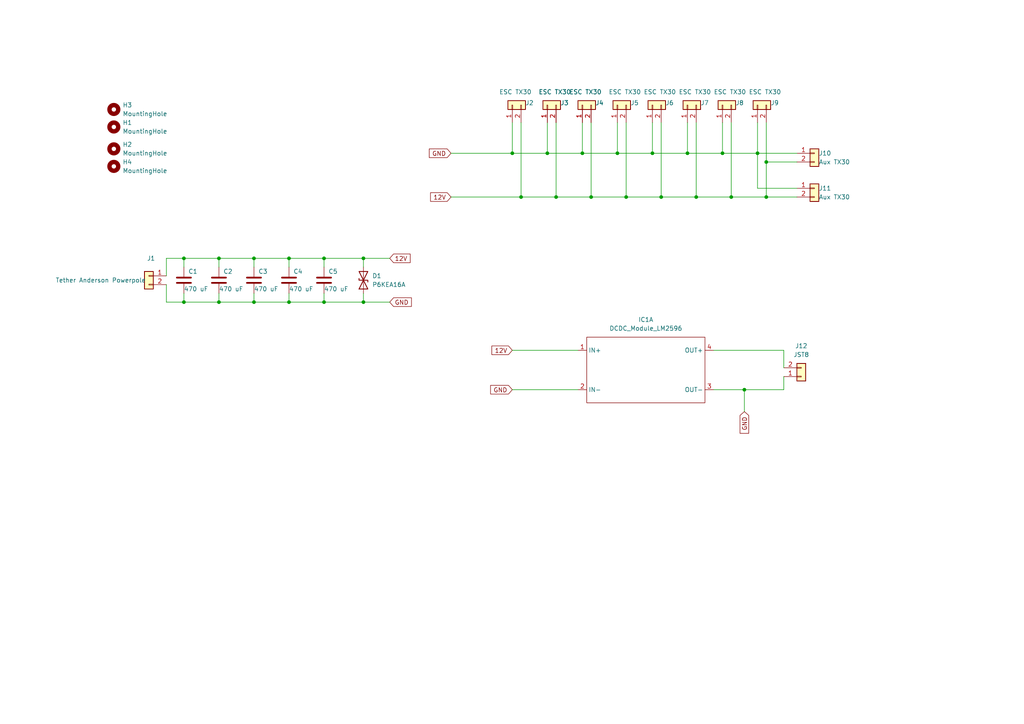
<source format=kicad_sch>
(kicad_sch (version 20231120) (generator "eeschema") (generator_version "8.0")
  (paper "A4")
  (lib_symbols
    (symbol "Connector_Generic:Conn_01x02" (pin_names (offset 1.016) hide)
      (property "Reference" "J" (at 0 2.54 0))
      (property "Value" "Conn_01x02" (at 0 -5.08 0))
      (symbol "Conn_01x02_1_1"
        (rectangle (start -1.27 -2.413) (end 0 -2.667) (stroke (width 0.1524)))
        (rectangle (start -1.27 0.127) (end 0 -0.127) (stroke (width 0.1524)))
        (rectangle (start -1.27 1.27) (end 1.27 -3.81) (stroke (width 0.254)) (fill (type background)))
        (pin passive line (at -5.08 0 0) (length 3.81) (name "Pin_1") (number "1"))
        (pin passive line (at -5.08 -2.54 0) (length 3.81) (name "Pin_2") (number "2"))
      )
    )
    (symbol "Device:C" (pin_numbers hide) (pin_names (offset 0.254))
      (property "Reference" "C" (at 0.635 2.54 0))
      (property "Value" "C" (at 0.635 -2.54 0))
      (symbol "C_0_1"
        (polyline (pts (xy -2.032 -0.762) (xy 2.032 -0.762)) (stroke (width 0.508)))
        (polyline (pts (xy -2.032 0.762) (xy 2.032 0.762)) (stroke (width 0.508)))
      )
      (symbol "C_1_1"
        (pin passive line (at 0 3.81 270) (length 2.794) (name "~") (number "1"))
        (pin passive line (at 0 -3.81 90) (length 2.794) (name "~") (number "2"))
      )
    )
    (symbol "Device:D_TVS" (pin_numbers hide) (pin_names (offset 1.016) hide)
      (property "Reference" "D" (at 0 2.54 0))
      (property "Value" "D_TVS" (at 0 -2.54 0))
      (symbol "D_TVS_0_1"
        (polyline (pts (xy 1.27 0) (xy -1.27 0)))
        (polyline (pts (xy 0.508 1.27) (xy 0 1.27) (xy 0 -1.27) (xy -0.508 -1.27)) (stroke (width 0.254)))
        (polyline (pts (xy -2.54 1.27) (xy -2.54 -1.27) (xy 2.54 1.27) (xy 2.54 -1.27) (xy -2.54 1.27)) (stroke (width 0.254)))
      )
      (symbol "D_TVS_1_1"
        (pin passive line (at -3.81 0 0) (length 2.54) (name "A1") (number "1"))
        (pin passive line (at 3.81 0 180) (length 2.54) (name "A2") (number "2"))
      )
    )
    (symbol "Mechanical:MountingHole" (pin_names (offset 1.016))
      (property "Reference" "H" (at 0 5.08 0))
      (property "Value" "MountingHole" (at 0 3.175 0))
      (symbol "MountingHole_0_1"
        (circle (center 0 0) (radius 1.27) (stroke (width 1.27)))
      )
    )
    (symbol "ROV_Parts_Custom:DCDC_Module_LM2596"
      (property "Reference" "IC" (at 15.24 -6.35 0))
      (property "Value" "DCDC_Module_LM2596" (at 16.51 -10.16 0))
      (symbol "DCDC_Module_LM2596_0_1"
        (rectangle (start 0 0) (end 34.29 -19.05))
      )
      (symbol "DCDC_Module_LM2596_1_1"
        (pin input line (at -2.54 -3.81 0) (length 2.54) (name "IN+") (number "1"))
        (pin input line (at -2.54 -15.24 0) (length 2.54) (name "IN-") (number "2"))
        (pin output line (at 36.83 -15.24 180) (length 2.54) (name "OUT-") (number "3"))
        (pin output line (at 36.83 -3.81 180) (length 2.54) (name "OUT+") (number "4"))
      )
      (symbol "DCDC_Module_LM2596_2_1"
        (pin input line (at -2.54 -3.81 0) (length 2.54) (name "IN+") (number "1-UB"))
        (pin input line (at -2.54 -15.24 0) (length 2.54) (name "IN-") (number "2-UB"))
        (pin output line (at 36.83 -15.24 180) (length 2.54) (name "OUT-") (number "3-UB"))
        (pin output line (at 36.83 -3.81 180) (length 2.54) (name "OUT+") (number "4-UB"))
      )
      (symbol "DCDC_Module_LM2596_3_1"
        (pin input line (at -2.54 -3.81 0) (length 2.54) (name "IN+") (number "1-UC"))
        (pin input line (at -2.54 -15.24 0) (length 2.54) (name "IN-") (number "2-UC"))
        (pin output line (at 36.83 -15.24 180) (length 2.54) (name "OUT-") (number "3-UC"))
        (pin output line (at 36.83 -3.81 180) (length 2.54) (name "OUT+") (number "4-UC"))
      )
      (symbol "DCDC_Module_LM2596_4_1"
        (pin input line (at -2.54 -3.81 0) (length 2.54) (name "IN+") (number "1-UD"))
        (pin input line (at -2.54 -15.24 0) (length 2.54) (name "IN-") (number "2-UD"))
        (pin output line (at 36.83 -15.24 180) (length 2.54) (name "OUT-") (number "3-UD"))
        (pin output line (at 36.83 -3.81 180) (length 2.54) (name "OUT+") (number "4-UD"))
      )
    )
  )
  (junction (at 201.93 57.15))
  (junction (at 171.45 57.15))
  (junction (at 179.07 44.45))
  (junction (at 222.25 57.15))
  (junction (at 168.91 44.45))
  (junction (at 161.29 57.15))
  (junction (at 53.34 74.93))
  (junction (at 181.61 57.15))
  (junction (at 63.5 74.93))
  (junction (at 105.41 87.63))
  (junction (at 53.34 87.63))
  (junction (at 151.13 57.15))
  (junction (at 73.66 74.93))
  (junction (at 215.9 113.03))
  (junction (at 93.98 74.93))
  (junction (at 63.5 87.63))
  (junction (at 209.55 44.45))
  (junction (at 158.75 44.45))
  (junction (at 148.59 44.45))
  (junction (at 189.23 44.45))
  (junction (at 199.39 44.45))
  (junction (at 83.82 87.63))
  (junction (at 222.25 46.99))
  (junction (at 212.09 57.15))
  (junction (at 73.66 87.63))
  (junction (at 191.77 57.15))
  (junction (at 93.98 87.63))
  (junction (at 105.41 74.93))
  (junction (at 83.82 74.93))
  (junction (at 219.71 44.45))
  (wire (pts (xy 148.59 113.03) (xy 167.64 113.03)))
  (wire (pts (xy 199.39 44.45) (xy 189.23 44.45)))
  (wire (pts (xy 215.9 113.03) (xy 215.9 119.38)))
  (wire (pts (xy 105.41 74.93) (xy 105.41 77.47)))
  (wire (pts (xy 158.75 35.56) (xy 158.75 44.45)))
  (wire (pts (xy 83.82 85.09) (xy 83.82 87.63)))
  (wire (pts (xy 168.91 35.56) (xy 168.91 44.45)))
  (wire (pts (xy 105.41 85.09) (xy 105.41 87.63)))
  (wire (pts (xy 83.82 74.93) (xy 93.98 74.93)))
  (wire (pts (xy 93.98 74.93) (xy 105.41 74.93)))
  (wire (pts (xy 73.66 74.93) (xy 73.66 77.47)))
  (wire (pts (xy 130.81 44.45) (xy 148.59 44.45)))
  (wire (pts (xy 179.07 35.56) (xy 179.07 44.45)))
  (wire (pts (xy 201.93 35.56) (xy 201.93 57.15)))
  (wire (pts (xy 212.09 57.15) (xy 201.93 57.15)))
  (wire (pts (xy 63.5 87.63) (xy 73.66 87.63)))
  (wire (pts (xy 181.61 35.56) (xy 181.61 57.15)))
  (wire (pts (xy 219.71 44.45) (xy 219.71 54.61)))
  (wire (pts (xy 171.45 57.15) (xy 181.61 57.15)))
  (wire (pts (xy 48.26 74.93) (xy 53.34 74.93)))
  (wire (pts (xy 222.25 57.15) (xy 231.14 57.15)))
  (wire (pts (xy 63.5 85.09) (xy 63.5 87.63)))
  (wire (pts (xy 227.33 113.03) (xy 227.33 109.22)))
  (wire (pts (xy 93.98 87.63) (xy 105.41 87.63)))
  (wire (pts (xy 93.98 74.93) (xy 93.98 77.47)))
  (wire (pts (xy 201.93 57.15) (xy 191.77 57.15)))
  (wire (pts (xy 53.34 74.93) (xy 53.34 77.47)))
  (wire (pts (xy 93.98 85.09) (xy 93.98 87.63)))
  (wire (pts (xy 161.29 35.56) (xy 161.29 57.15)))
  (wire (pts (xy 227.33 101.6) (xy 207.01 101.6)))
  (wire (pts (xy 73.66 87.63) (xy 83.82 87.63)))
  (wire (pts (xy 63.5 74.93) (xy 73.66 74.93)))
  (wire (pts (xy 158.75 44.45) (xy 148.59 44.45)))
  (wire (pts (xy 171.45 35.56) (xy 171.45 57.15)))
  (wire (pts (xy 191.77 35.56) (xy 191.77 57.15)))
  (wire (pts (xy 222.25 46.99) (xy 231.14 46.99)))
  (wire (pts (xy 219.71 35.56) (xy 219.71 44.45)))
  (wire (pts (xy 105.41 74.93) (xy 113.03 74.93)))
  (wire (pts (xy 83.82 74.93) (xy 83.82 77.47)))
  (wire (pts (xy 73.66 74.93) (xy 83.82 74.93)))
  (wire (pts (xy 148.59 101.6) (xy 167.64 101.6)))
  (wire (pts (xy 181.61 57.15) (xy 191.77 57.15)))
  (wire (pts (xy 189.23 35.56) (xy 189.23 44.45)))
  (wire (pts (xy 212.09 35.56) (xy 212.09 57.15)))
  (wire (pts (xy 171.45 57.15) (xy 161.29 57.15)))
  (wire (pts (xy 151.13 35.56) (xy 151.13 57.15)))
  (wire (pts (xy 219.71 54.61) (xy 231.14 54.61)))
  (wire (pts (xy 48.26 82.55) (xy 48.26 87.63)))
  (wire (pts (xy 222.25 46.99) (xy 222.25 57.15)))
  (wire (pts (xy 63.5 74.93) (xy 63.5 77.47)))
  (wire (pts (xy 48.26 80.01) (xy 48.26 74.93)))
  (wire (pts (xy 53.34 85.09) (xy 53.34 87.63)))
  (wire (pts (xy 227.33 101.6) (xy 227.33 106.68)))
  (wire (pts (xy 161.29 57.15) (xy 151.13 57.15)))
  (wire (pts (xy 130.81 57.15) (xy 151.13 57.15)))
  (wire (pts (xy 53.34 74.93) (xy 63.5 74.93)))
  (wire (pts (xy 215.9 113.03) (xy 227.33 113.03)))
  (wire (pts (xy 148.59 35.56) (xy 148.59 44.45)))
  (wire (pts (xy 168.91 44.45) (xy 158.75 44.45)))
  (wire (pts (xy 222.25 35.56) (xy 222.25 46.99)))
  (wire (pts (xy 189.23 44.45) (xy 179.07 44.45)))
  (wire (pts (xy 105.41 87.63) (xy 113.03 87.63)))
  (wire (pts (xy 73.66 85.09) (xy 73.66 87.63)))
  (wire (pts (xy 83.82 87.63) (xy 93.98 87.63)))
  (wire (pts (xy 219.71 44.45) (xy 209.55 44.45)))
  (wire (pts (xy 231.14 44.45) (xy 219.71 44.45)))
  (wire (pts (xy 48.26 87.63) (xy 53.34 87.63)))
  (wire (pts (xy 179.07 44.45) (xy 168.91 44.45)))
  (wire (pts (xy 199.39 35.56) (xy 199.39 44.45)))
  (wire (pts (xy 209.55 35.56) (xy 209.55 44.45)))
  (wire (pts (xy 207.01 113.03) (xy 215.9 113.03)))
  (wire (pts (xy 222.25 57.15) (xy 212.09 57.15)))
  (wire (pts (xy 209.55 44.45) (xy 199.39 44.45)))
  (wire (pts (xy 53.34 87.63) (xy 63.5 87.63)))
  (global_label "GND" (shape input) (at 130.81 44.45 180) (property "Intersheetrefs" "${INTERSHEET_REFS}" (effects (hide yes))))
  (global_label "GND" (shape input) (at 113.03 87.63 0) (property "Intersheetrefs" "${INTERSHEET_REFS}" (effects (hide yes))))
  (global_label "12V" (shape input) (at 113.03 74.93 0) (property "Intersheetrefs" "${INTERSHEET_REFS}" (effects (hide yes))))
  (global_label "GND" (shape input) (at 148.59 113.03 180) (property "Intersheetrefs" "${INTERSHEET_REFS}" (effects (hide yes))))
  (global_label "12V" (shape input) (at 148.59 101.6 180) (property "Intersheetrefs" "${INTERSHEET_REFS}" (effects (hide yes))))
  (global_label "GND" (shape input) (at 215.9 119.38 270) (property "Intersheetrefs" "${INTERSHEET_REFS}" (effects (hide yes))))
  (global_label "12V" (shape input) (at 130.81 57.15 180) (property "Intersheetrefs" "${INTERSHEET_REFS}" (effects (hide yes))))
  (symbol (lib_id "Device:C") (at 93.98 81.28 0) (unit 1)
    (property "Reference" "C5" (at 95.25 78.74 0) (effects (justify left)))
    (property "Value" "470 uF" (at 93.98 83.82 0) (effects (justify left)))
    (property "Footprint" "Capacitor_THT:CP_Radial_D10.0mm_P3.50mm" (effects (hide yes)))
  )
  (symbol (lib_id "Device:C") (at 73.66 81.28 0) (unit 1)
    (property "Reference" "C3" (at 74.93 78.74 0) (effects (justify left)))
    (property "Value" "470 uF" (at 73.66 83.82 0) (effects (justify left)))
    (property "Footprint" "Capacitor_THT:CP_Radial_D10.0mm_P3.50mm" (effects (hide yes)))
  )
  (symbol (lib_id "Device:C") (at 83.82 81.28 0) (unit 1)
    (property "Reference" "C4" (at 85.09 78.74 0) (effects (justify left)))
    (property "Value" "470 uF" (at 83.82 83.82 0) (effects (justify left)))
    (property "Footprint" "Capacitor_THT:CP_Radial_D10.0mm_P3.50mm" (effects (hide yes)))
  )
  (symbol (lib_id "Connector_Generic:Conn_01x02") (at 43.18 80.01 0) (mirror y) (unit 1)
    (property "Reference" "J1" (at 43.815 74.93 0))
    (property "Value" "Tether Anderson Powerpole" (at 29.21 81.28 0))
    (property "Footprint" "TerminalBlock:TerminalBlock_bornier-2_P5.08mm" (effects (hide yes)))
  )
  (symbol (lib_id "Connector_Generic:Conn_01x02") (at 236.22 54.61 0) (unit 1)
    (property "Reference" "J11" (at 237.49 54.6099 0) (effects (justify left)))
    (property "Value" "Aux TX30" (at 237.49 57.1499 0) (effects (justify left)))
    (property "Footprint" "Connector_AMASS:AMASS_XT30U-M_1x02_P5.0mm_Vertical" (effects (hide yes)))
  )
  (symbol (lib_id "Device:C") (at 53.34 81.28 0) (unit 1)
    (property "Reference" "C1" (at 54.61 78.74 0) (effects (justify left)))
    (property "Value" "470 uF" (at 53.34 83.82 0) (effects (justify left)))
    (property "Footprint" "Capacitor_THT:CP_Radial_D10.0mm_P3.50mm" (effects (hide yes)))
  )
  (symbol (lib_id "Connector_Generic:Conn_01x02") (at 148.59 30.48 90) (unit 1)
    (property "Reference" "J2" (at 152.4 29.8449 90) (effects (justify right)))
    (property "Value" "ESC TX30" (at 144.78 26.67 90) (effects (justify right)))
    (property "Footprint" "Connector_AMASS:AMASS_XT30U-M_1x02_P5.0mm_Vertical" (effects (hide yes)))
  )
  (symbol (lib_id "Connector_Generic:Conn_01x02") (at 232.41 109.22 0) (mirror x) (unit 1)
    (property "Reference" "J12" (at 232.41 100.33 0))
    (property "Value" "JST8" (at 232.41 102.87 0))
    (property "Footprint" "Connector_JST:JST_XH_S2B-XH-A_1x02_P2.50mm_Horizontal" (effects (hide yes)))
  )
  (symbol (lib_id "Connector_Generic:Conn_01x02") (at 168.91 30.48 90) (unit 1)
    (property "Reference" "J4" (at 172.72 29.8449 90) (effects (justify right)))
    (property "Value" "ESC TX30" (at 165.1 26.67 90) (effects (justify right)))
    (property "Footprint" "Connector_AMASS:AMASS_XT30U-M_1x02_P5.0mm_Vertical" (effects (hide yes)))
  )
  (symbol (lib_id "Device:D_TVS") (at 105.41 81.28 90) (unit 1)
    (property "Reference" "D1" (at 107.95 80.0099 90) (effects (justify right)))
    (property "Value" "P6KEA16A" (at 107.95 82.5499 90) (effects (justify right)))
    (property "Footprint" "Diode_THT:D_DO-15_P12.70mm_Horizontal" (effects (hide yes)))
  )
  (symbol (lib_id "Mechanical:MountingHole") (at 33.02 36.83 0) (unit 1)
    (property "Reference" "H1" (at 35.56 35.5599 0) (effects (justify left)))
    (property "Value" "MountingHole" (at 35.56 38.0999 0) (effects (justify left)))
    (property "Footprint" "MountingHole:MountingHole_4.3mm_M4" (effects (hide yes)))
  )
  (symbol (lib_id "Connector_Generic:Conn_01x02") (at 158.75 30.48 90) (unit 1)
    (property "Reference" "J3" (at 162.56 29.8449 90) (effects (justify right)))
    (property "Value" "ESC TX30" (at 156.21 26.67 90) (effects (justify right)))
    (property "Footprint" "Connector_AMASS:AMASS_XT30U-M_1x02_P5.0mm_Vertical" (effects (hide yes)))
  )
  (symbol (lib_id "Connector_Generic:Conn_01x02") (at 219.71 30.48 90) (unit 1)
    (property "Reference" "J9" (at 223.52 29.8449 90) (effects (justify right)))
    (property "Value" "ESC TX30" (at 217.17 26.67 90) (effects (justify right)))
    (property "Footprint" "Connector_AMASS:AMASS_XT30U-M_1x02_P5.0mm_Vertical" (effects (hide yes)))
  )
  (symbol (lib_id "Connector_Generic:Conn_01x02") (at 209.55 30.48 90) (unit 1)
    (property "Reference" "J8" (at 213.36 29.8449 90) (effects (justify right)))
    (property "Value" "ESC TX30" (at 207.01 26.67 90) (effects (justify right)))
    (property "Footprint" "Connector_AMASS:AMASS_XT30U-M_1x02_P5.0mm_Vertical" (effects (hide yes)))
  )
  (symbol (lib_id "Connector_Generic:Conn_01x02") (at 179.07 30.48 90) (unit 1)
    (property "Reference" "J5" (at 182.88 29.8449 90) (effects (justify right)))
    (property "Value" "ESC TX30" (at 176.53 26.67 90) (effects (justify right)))
    (property "Footprint" "Connector_AMASS:AMASS_XT30U-M_1x02_P5.0mm_Vertical" (effects (hide yes)))
  )
  (symbol (lib_id "Mechanical:MountingHole") (at 33.02 43.18 0) (unit 1)
    (property "Reference" "H2" (at 35.56 41.9099 0) (effects (justify left)))
    (property "Value" "MountingHole" (at 35.56 44.4499 0) (effects (justify left)))
    (property "Footprint" "MountingHole:MountingHole_4.3mm_M4" (effects (hide yes)))
  )
  (symbol (lib_id "ROV_Parts_Custom:DCDC_Module_LM2596") (at 170.18 97.79 0) (unit 1)
    (property "Reference" "IC1" (at 187.325 92.71 0))
    (property "Value" "DCDC_Module_LM2596" (at 187.325 95.25 0))
    (property "Footprint" "ROV_Custom_Footprints:DCDC_Module_2596" (effects (hide yes)))
  )
  (symbol (lib_id "Connector_Generic:Conn_01x02") (at 236.22 44.45 0) (unit 1)
    (property "Reference" "J10" (at 237.49 44.4499 0) (effects (justify left)))
    (property "Value" "Aux TX30" (at 237.49 46.9899 0) (effects (justify left)))
    (property "Footprint" "Connector_AMASS:AMASS_XT30U-M_1x02_P5.0mm_Vertical" (effects (hide yes)))
  )
  (symbol (lib_id "Connector_Generic:Conn_01x02") (at 199.39 30.48 90) (unit 1)
    (property "Reference" "J7" (at 203.2 29.8449 90) (effects (justify right)))
    (property "Value" "ESC TX30" (at 196.85 26.67 90) (effects (justify right)))
    (property "Footprint" "Connector_AMASS:AMASS_XT30U-M_1x02_P5.0mm_Vertical" (effects (hide yes)))
  )
  (symbol (lib_id "Mechanical:MountingHole") (at 33.02 48.26 0) (unit 1)
    (property "Reference" "H4" (at 35.56 46.9899 0) (effects (justify left)))
    (property "Value" "MountingHole" (at 35.56 49.5299 0) (effects (justify left)))
    (property "Footprint" "MountingHole:MountingHole_4.3mm_M4" (effects (hide yes)))
  )
  (symbol (lib_id "Mechanical:MountingHole") (at 33.02 31.75 0) (unit 1)
    (property "Reference" "H3" (at 35.56 30.4799 0) (effects (justify left)))
    (property "Value" "MountingHole" (at 35.56 33.0199 0) (effects (justify left)))
    (property "Footprint" "MountingHole:MountingHole_4.3mm_M4" (effects (hide yes)))
  )
  (symbol (lib_id "Connector_Generic:Conn_01x02") (at 189.23 30.48 90) (unit 1)
    (property "Reference" "J6" (at 193.04 29.8449 90) (effects (justify right)))
    (property "Value" "ESC TX30" (at 186.69 26.67 90) (effects (justify right)))
    (property "Footprint" "Connector_AMASS:AMASS_XT30U-M_1x02_P5.0mm_Vertical" (effects (hide yes)))
  )
  (symbol (lib_id "Device:C") (at 63.5 81.28 0) (unit 1)
    (property "Reference" "C2" (at 64.77 78.74 0) (effects (justify left)))
    (property "Value" "470 uF" (at 63.5 83.82 0) (effects (justify left)))
    (property "Footprint" "Capacitor_THT:CP_Radial_D10.0mm_P3.50mm" (effects (hide yes)))
  )
)
</source>
